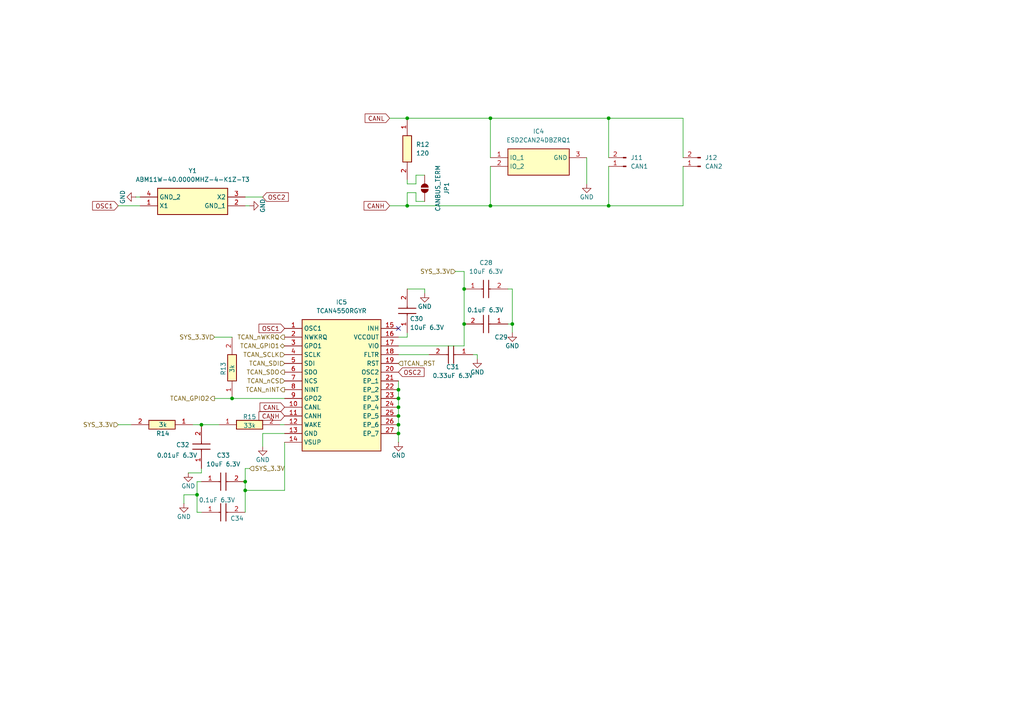
<source format=kicad_sch>
(kicad_sch (version 20250114) (generator "eeschema") (generator_version "9.0")
  (paper "A4")
  (title_block (title "TCAN455"))
  (lib_symbols
    (symbol "Connector:Conn_01x02_Pin" (pin_names (offset 1.016) (hide yes))
      (property "Reference" "J" (at 0 2.54 0))
      (property "Value" "Conn_01x02_Pin" (at 0 -5.08 0))
      (symbol "Conn_01x02_Pin_1_1"
        (rectangle (start 0.8636 0.127) (end 0 -0.127) (stroke (width 0.1524)) (fill (type outline)))
        (rectangle (start 0.8636 -2.413) (end 0 -2.667) (stroke (width 0.1524)) (fill (type outline)))
        (polyline (pts (xy 1.27 0) (xy 0.8636 0)) (stroke (width 0.1524)))
        (polyline (pts (xy 1.27 -2.54) (xy 0.8636 -2.54)) (stroke (width 0.1524)))
        (pin passive line (at 5.08 0 180) (length 3.81) (name "Pin_1") (number "1"))
        (pin passive line (at 5.08 -2.54 180) (length 3.81) (name "Pin_2") (number "2"))
      )
    )
    (symbol "Jumper:SolderJumper_2_Open" (pin_numbers (hide yes)) (pin_names (offset 0) (hide yes)) (in_bom no)
      (property "Reference" "JP" (at 0 2.032 0))
      (property "Value" "SolderJumper_2_Open" (at 0 -2.54 0))
      (symbol "SolderJumper_2_Open_0_1"
        (polyline (pts (xy -0.254 1.016) (xy -0.254 -1.016)))
        (arc (start -0.254 -1.016) (mid -1.2656 0) (end -0.254 1.016))
        (arc (start -0.254 -1.016) (mid -1.2656 0) (end -0.254 1.016) (fill (type outline)))
        (arc (start 0.254 1.016) (mid 1.2656 0) (end 0.254 -1.016))
        (arc (start 0.254 1.016) (mid 1.2656 0) (end 0.254 -1.016) (fill (type outline)))
        (polyline (pts (xy 0.254 1.016) (xy 0.254 -1.016)))
      )
      (symbol "SolderJumper_2_Open_1_1"
        (pin passive line (at -3.81 0 0) (length 2.54) (name "A") (number "1"))
        (pin passive line (at 3.81 0 180) (length 2.54) (name "B") (number "2"))
      )
    )
    (symbol "SamacSys_Parts:08056D104KAT2A" (pin_names (hide yes))
      (property "Reference" "C" (at 8.89 6.35 0))
      (property "Value" "08056D104KAT2A" (at 8.89 3.81 0))
      (symbol "08056D104KAT2A_1_1"
        (polyline (pts (xy 5.08 0) (xy 5.588 0)) (stroke (width 0.254)))
        (polyline (pts (xy 5.588 2.54) (xy 5.588 -2.54)) (stroke (width 0.254)))
        (polyline (pts (xy 7.112 2.54) (xy 7.112 -2.54)) (stroke (width 0.254)))
        (polyline (pts (xy 7.112 0) (xy 7.62 0)) (stroke (width 0.254)))
        (pin passive line (at 0 0 0) (length 5.08) (name "1") (number "1"))
        (pin passive line (at 12.7 0 180) (length 5.08) (name "2") (number "2"))
      )
    )
    (symbol "SamacSys_Parts:ABM11W-40.0000MHZ-4-K1Z-T3"
      (property "Reference" "Y" (at 26.67 7.62 0))
      (property "Value" "ABM11W-40.0000MHZ-4-K1Z-T3" (at 26.67 5.08 0))
      (symbol "ABM11W-40.0000MHZ-4-K1Z-T3_1_1"
        (rectangle (start 5.08 2.54) (end 25.4 -5.08) (stroke (width 0.254)) (fill (type background)))
        (pin passive line (at 0 0 0) (length 5.08) (name "GND_2") (number "4"))
        (pin passive line (at 0 -2.54 0) (length 5.08) (name "X1") (number "1"))
        (pin passive line (at 30.48 0 180) (length 5.08) (name "X2") (number "3"))
        (pin passive line (at 30.48 -2.54 180) (length 5.08) (name "GND_1") (number "2"))
      )
    )
    (symbol "SamacSys_Parts:C0603C103K9RACTU" (pin_names (hide yes))
      (property "Reference" "C" (at 8.89 6.35 0))
      (property "Value" "C0603C103K9RACTU" (at 8.89 3.81 0))
      (symbol "C0603C103K9RACTU_1_1"
        (polyline (pts (xy 5.08 0) (xy 5.588 0)) (stroke (width 0.254)))
        (polyline (pts (xy 5.588 2.54) (xy 5.588 -2.54)) (stroke (width 0.254)))
        (polyline (pts (xy 7.112 2.54) (xy 7.112 -2.54)) (stroke (width 0.254)))
        (polyline (pts (xy 7.112 0) (xy 7.62 0)) (stroke (width 0.254)))
        (pin passive line (at 0 0 0) (length 5.08) (name "1") (number "1"))
        (pin passive line (at 12.7 0 180) (length 5.08) (name "2") (number "2"))
      )
    )
    (symbol "SamacSys_Parts:CRGS0805J120R" (pin_names (hide yes))
      (property "Reference" "R" (at 13.97 6.35 0))
      (property "Value" "CRGS0805J120R" (at 13.97 3.81 0))
      (symbol "CRGS0805J120R_1_1"
        (rectangle (start 5.08 1.27) (end 12.7 -1.27) (stroke (width 0.254)) (fill (type background)))
        (pin passive line (at 0 0 0) (length 5.08) (name "1") (number "1"))
        (pin passive line (at 17.78 0 180) (length 5.08) (name "2") (number "2"))
      )
    )
    (symbol "SamacSys_Parts:ESD2CAN24DBZRQ1"
      (property "Reference" "IC" (at 24.13 7.62 0))
      (property "Value" "ESD2CAN24DBZRQ1" (at 24.13 5.08 0))
      (symbol "ESD2CAN24DBZRQ1_1_1"
        (rectangle (start 5.08 2.54) (end 22.86 -5.08) (stroke (width 0.254)) (fill (type background)))
        (pin passive line (at 0 0 0) (length 5.08) (name "IO_1") (number "1"))
        (pin passive line (at 0 -2.54 0) (length 5.08) (name "IO_2") (number "2"))
        (pin passive line (at 27.94 0 180) (length 5.08) (name "GND") (number "3"))
      )
    )
    (symbol "SamacSys_Parts:GRM188R60J334KA01D" (pin_names (hide yes))
      (property "Reference" "C" (at 8.89 6.35 0))
      (property "Value" "GRM188R60J334KA01D" (at 8.89 3.81 0))
      (symbol "GRM188R60J334KA01D_1_1"
        (polyline (pts (xy 5.08 0) (xy 5.588 0)) (stroke (width 0.254)))
        (polyline (pts (xy 5.588 2.54) (xy 5.588 -2.54)) (stroke (width 0.254)))
        (polyline (pts (xy 7.112 2.54) (xy 7.112 -2.54)) (stroke (width 0.254)))
        (polyline (pts (xy 7.112 0) (xy 7.62 0)) (stroke (width 0.254)))
        (pin passive line (at 0 0 0) (length 5.08) (name "1") (number "1"))
        (pin passive line (at 12.7 0 180) (length 5.08) (name "2") (number "2"))
      )
    )
    (symbol "SamacSys_Parts:MBASJ168AB5106KTNA01" (pin_names (hide yes))
      (property "Reference" "C" (at 8.89 6.35 0))
      (property "Value" "MBASJ168AB5106KTNA01" (at 8.89 3.81 0))
      (symbol "MBASJ168AB5106KTNA01_1_1"
        (polyline (pts (xy 5.08 0) (xy 5.588 0)) (stroke (width 0.254)))
        (polyline (pts (xy 5.588 2.54) (xy 5.588 -2.54)) (stroke (width 0.254)))
        (polyline (pts (xy 7.112 2.54) (xy 7.112 -2.54)) (stroke (width 0.254)))
        (polyline (pts (xy 7.112 0) (xy 7.62 0)) (stroke (width 0.254)))
        (pin passive line (at 0 0 0) (length 5.08) (name "1") (number "1"))
        (pin passive line (at 12.7 0 180) (length 5.08) (name "2") (number "2"))
      )
    )
    (symbol "SamacSys_Parts:RT0805BRD0733KL" (pin_names (hide yes))
      (property "Reference" "R" (at 13.97 6.35 0))
      (property "Value" "RT0805BRD0733KL" (at 13.97 3.81 0))
      (symbol "RT0805BRD0733KL_1_1"
        (rectangle (start 5.08 1.27) (end 12.7 -1.27) (stroke (width 0.254)) (fill (type background)))
        (pin passive line (at 0 0 0) (length 5.08) (name "1") (number "1"))
        (pin passive line (at 17.78 0 180) (length 5.08) (name "2") (number "2"))
      )
    )
    (symbol "SamacSys_Parts:TCAN4550RGYR"
      (property "Reference" "IC" (at 29.21 7.62 0))
      (property "Value" "TCAN4550RGYR" (at 29.21 5.08 0))
      (symbol "TCAN4550RGYR_1_1"
        (rectangle (start 5.08 2.54) (end 27.94 -35.56) (stroke (width 0.254)) (fill (type background)))
        (pin passive line (at 0 0 0) (length 5.08) (name "OSC1") (number "1"))
        (pin passive line (at 0 -2.54 0) (length 5.08) (name "NWKRQ") (number "2"))
        (pin passive line (at 0 -5.08 0) (length 5.08) (name "GPO1") (number "3"))
        (pin passive line (at 0 -7.62 0) (length 5.08) (name "SCLK") (number "4"))
        (pin passive line (at 0 -10.16 0) (length 5.08) (name "SDI") (number "5"))
        (pin passive line (at 0 -12.7 0) (length 5.08) (name "SDO") (number "6"))
        (pin passive line (at 0 -15.24 0) (length 5.08) (name "NCS") (number "7"))
        (pin passive line (at 0 -17.78 0) (length 5.08) (name "NINT") (number "8"))
        (pin passive line (at 0 -20.32 0) (length 5.08) (name "GPO2") (number "9"))
        (pin passive line (at 0 -22.86 0) (length 5.08) (name "CANL") (number "10"))
        (pin passive line (at 0 -25.4 0) (length 5.08) (name "CANH") (number "11"))
        (pin passive line (at 0 -27.94 0) (length 5.08) (name "WAKE") (number "12"))
        (pin passive line (at 0 -30.48 0) (length 5.08) (name "GND") (number "13"))
        (pin passive line (at 0 -33.02 0) (length 5.08) (name "VSUP") (number "14"))
        (pin passive line (at 33.02 0 180) (length 5.08) (name "INH") (number "15"))
        (pin passive line (at 33.02 -2.54 180) (length 5.08) (name "VCCOUT") (number "16"))
        (pin passive line (at 33.02 -5.08 180) (length 5.08) (name "VIO") (number "17"))
        (pin passive line (at 33.02 -7.62 180) (length 5.08) (name "FLTR") (number "18"))
        (pin passive line (at 33.02 -10.16 180) (length 5.08) (name "RST") (number "19"))
        (pin passive line (at 33.02 -12.7 180) (length 5.08) (name "OSC2") (number "20"))
        (pin passive line (at 33.02 -15.24 180) (length 5.08) (name "EP_1") (number "21"))
        (pin passive line (at 33.02 -17.78 180) (length 5.08) (name "EP_2") (number "22"))
        (pin passive line (at 33.02 -20.32 180) (length 5.08) (name "EP_3") (number "23"))
        (pin passive line (at 33.02 -22.86 180) (length 5.08) (name "EP_4") (number "24"))
        (pin passive line (at 33.02 -25.4 180) (length 5.08) (name "EP_5") (number "25"))
        (pin passive line (at 33.02 -27.94 180) (length 5.08) (name "EP_6") (number "26"))
        (pin passive line (at 33.02 -30.48 180) (length 5.08) (name "EP_7") (number "27"))
      )
    )
    (symbol "SamacSys_Parts:TNPW08053K00FEEA" (pin_names (hide yes))
      (property "Reference" "R" (at 13.97 6.35 0))
      (property "Value" "TNPW08053K00FEEA" (at 13.97 3.81 0))
      (symbol "TNPW08053K00FEEA_1_1"
        (rectangle (start 5.08 1.27) (end 12.7 -1.27) (stroke (width 0.254)) (fill (type background)))
        (pin passive line (at 0 0 0) (length 5.08) (name "1") (number "1"))
        (pin passive line (at 17.78 0 180) (length 5.08) (name "2") (number "2"))
      )
    )
    (symbol "power:GND" (power) (pin_numbers (hide yes)) (pin_names (offset 0) (hide yes))
      (property "Value" "GND" (at 0 -3.81 0))
      (symbol "GND_0_1"
        (polyline (pts (xy 0 0) (xy 0 -1.27) (xy 1.27 -1.27) (xy 0 -2.54) (xy -1.27 -1.27) (xy 0 -1.27)))
      )
      (symbol "GND_1_1"
        (pin power_in line (at 0 0 270) (length 0) (name "~") (number "1"))
      )
    )
  )
  (junction (at 118.11 34.29))
  (junction (at 71.12 142.24))
  (junction (at 115.57 125.73))
  (junction (at 142.24 59.69))
  (junction (at 134.62 93.98))
  (junction (at 176.53 59.69))
  (junction (at 142.24 34.29))
  (junction (at 71.12 139.7))
  (junction (at 67.31 115.57))
  (junction (at 134.62 83.82))
  (junction (at 115.57 118.11))
  (junction (at 176.53 34.29))
  (junction (at 115.57 113.03))
  (junction (at 57.15 143.51))
  (junction (at 115.57 120.65))
  (junction (at 115.57 123.19))
  (junction (at 58.42 123.19))
  (junction (at 115.57 115.57))
  (junction (at 118.11 59.69))
  (junction (at 148.59 93.98))
  (no_connect (at 115.57 95.25))
  (wire (pts (xy 67.31 115.57) (xy 82.55 115.57)))
  (wire (pts (xy 53.34 146.05) (xy 53.34 143.51)))
  (wire (pts (xy 115.57 115.57) (xy 115.57 118.11)))
  (wire (pts (xy 115.57 110.49) (xy 115.57 113.03)))
  (wire (pts (xy 142.24 48.26) (xy 142.24 59.69)))
  (wire (pts (xy 176.53 34.29) (xy 176.53 45.72)))
  (wire (pts (xy 118.11 97.79) (xy 118.11 96.52)))
  (wire (pts (xy 120.65 50.8) (xy 123.19 50.8)))
  (wire (pts (xy 198.12 48.26) (xy 198.12 59.69)))
  (wire (pts (xy 113.03 59.69) (xy 118.11 59.69)))
  (wire (pts (xy 71.12 139.7) (xy 71.12 142.24)))
  (wire (pts (xy 54.61 137.16) (xy 58.42 137.16)))
  (wire (pts (xy 148.59 83.82) (xy 148.59 93.98)))
  (wire (pts (xy 115.57 113.03) (xy 115.57 115.57)))
  (wire (pts (xy 132.08 78.74) (xy 134.62 78.74)))
  (wire (pts (xy 57.15 143.51) (xy 57.15 139.7)))
  (wire (pts (xy 176.53 34.29) (xy 198.12 34.29)))
  (wire (pts (xy 71.12 57.15) (xy 76.2 57.15)))
  (wire (pts (xy 120.65 53.34) (xy 120.65 50.8)))
  (wire (pts (xy 57.15 139.7) (xy 58.42 139.7)))
  (wire (pts (xy 71.12 142.24) (xy 71.12 148.59)))
  (wire (pts (xy 76.2 129.54) (xy 76.2 125.73)))
  (wire (pts (xy 118.11 53.34) (xy 120.65 53.34)))
  (wire (pts (xy 53.34 143.51) (xy 57.15 143.51)))
  (wire (pts (xy 198.12 34.29) (xy 198.12 45.72)))
  (wire (pts (xy 34.29 59.69) (xy 40.64 59.69)))
  (wire (pts (xy 137.16 102.87) (xy 138.43 102.87)))
  (wire (pts (xy 148.59 83.82) (xy 147.32 83.82)))
  (wire (pts (xy 72.39 59.69) (xy 71.12 59.69)))
  (wire (pts (xy 134.62 83.82) (xy 134.62 93.98)))
  (wire (pts (xy 58.42 137.16) (xy 58.42 135.89)))
  (wire (pts (xy 115.57 97.79) (xy 118.11 97.79)))
  (wire (pts (xy 115.57 120.65) (xy 115.57 123.19)))
  (wire (pts (xy 118.11 59.69) (xy 118.11 55.88)))
  (wire (pts (xy 198.12 59.69) (xy 176.53 59.69)))
  (wire (pts (xy 62.23 97.79) (xy 67.31 97.79)))
  (wire (pts (xy 176.53 48.26) (xy 176.53 59.69)))
  (wire (pts (xy 118.11 55.88) (xy 120.65 55.88)))
  (wire (pts (xy 147.32 93.98) (xy 148.59 93.98)))
  (wire (pts (xy 118.11 52.07) (xy 118.11 53.34)))
  (wire (pts (xy 170.18 45.72) (xy 170.18 53.34)))
  (wire (pts (xy 138.43 102.87) (xy 138.43 104.14)))
  (wire (pts (xy 57.15 148.59) (xy 58.42 148.59)))
  (wire (pts (xy 123.19 83.82) (xy 118.11 83.82)))
  (wire (pts (xy 115.57 118.11) (xy 115.57 120.65)))
  (wire (pts (xy 55.88 123.19) (xy 58.42 123.19)))
  (wire (pts (xy 38.1 123.19) (xy 34.29 123.19)))
  (wire (pts (xy 134.62 78.74) (xy 134.62 83.82)))
  (wire (pts (xy 82.55 142.24) (xy 82.55 128.27)))
  (wire (pts (xy 120.65 55.88) (xy 120.65 58.42)))
  (wire (pts (xy 120.65 58.42) (xy 123.19 58.42)))
  (wire (pts (xy 72.39 135.89) (xy 71.12 135.89)))
  (wire (pts (xy 58.42 123.19) (xy 63.5 123.19)))
  (wire (pts (xy 115.57 100.33) (xy 134.62 100.33)))
  (wire (pts (xy 176.53 59.69) (xy 142.24 59.69)))
  (wire (pts (xy 71.12 135.89) (xy 71.12 139.7)))
  (wire (pts (xy 113.03 34.29) (xy 118.11 34.29)))
  (wire (pts (xy 123.19 83.82) (xy 123.19 85.09)))
  (wire (pts (xy 118.11 34.29) (xy 142.24 34.29)))
  (wire (pts (xy 57.15 143.51) (xy 57.15 148.59)))
  (wire (pts (xy 40.64 57.15) (xy 39.37 57.15)))
  (wire (pts (xy 142.24 34.29) (xy 176.53 34.29)))
  (wire (pts (xy 142.24 34.29) (xy 142.24 45.72)))
  (wire (pts (xy 118.11 59.69) (xy 142.24 59.69)))
  (wire (pts (xy 62.23 115.57) (xy 67.31 115.57)))
  (wire (pts (xy 134.62 93.98) (xy 134.62 100.33)))
  (wire (pts (xy 76.2 125.73) (xy 82.55 125.73)))
  (wire (pts (xy 115.57 125.73) (xy 115.57 128.27)))
  (wire (pts (xy 148.59 93.98) (xy 148.59 96.52)))
  (wire (pts (xy 71.12 142.24) (xy 82.55 142.24)))
  (wire (pts (xy 81.28 123.19) (xy 82.55 123.19)))
  (wire (pts (xy 115.57 123.19) (xy 115.57 125.73)))
  (wire (pts (xy 115.57 102.87) (xy 124.46 102.87)))
  (global_label "CANL" (shape input) (at 82.55 118.11 180) (property "Intersheetrefs" "${INTERSHEET_REFS}" (effects (hide yes))))
  (global_label "OSC1" (shape input) (at 34.29 59.69 180) (property "Intersheetrefs" "${INTERSHEET_REFS}" (effects (hide yes))))
  (global_label "OSC2" (shape input) (at 76.2 57.15 0) (property "Intersheetrefs" "${INTERSHEET_REFS}" (effects (hide yes))))
  (global_label "CANH" (shape input) (at 113.03 59.69 180) (property "Intersheetrefs" "${INTERSHEET_REFS}" (effects (hide yes))))
  (global_label "OSC2" (shape input) (at 115.57 107.95 0) (property "Intersheetrefs" "${INTERSHEET_REFS}" (effects (hide yes))))
  (global_label "OSC1" (shape input) (at 82.55 95.25 180) (property "Intersheetrefs" "${INTERSHEET_REFS}" (effects (hide yes))))
  (global_label "CANL" (shape input) (at 113.03 34.29 180) (property "Intersheetrefs" "${INTERSHEET_REFS}" (effects (hide yes))))
  (global_label "CANH" (shape input) (at 82.55 120.65 180) (property "Intersheetrefs" "${INTERSHEET_REFS}" (effects (hide yes))))
  (hierarchical_label "TCAN_SDI" (shape input) (at 82.55 105.41 180))
  (hierarchical_label "TCAN_SCLK" (shape input) (at 82.55 102.87 180))
  (hierarchical_label "TCAN_SDO" (shape output) (at 82.55 107.95 180))
  (hierarchical_label "SYS_3.3V" (shape input) (at 34.29 123.19 180))
  (hierarchical_label "TCAN_nWKRQ" (shape output) (at 82.55 97.79 180))
  (hierarchical_label "SYS_3.3V" (shape input) (at 62.23 97.79 180))
  (hierarchical_label "TCAN_GPIO1" (shape bidirectional) (at 82.55 100.33 180))
  (hierarchical_label "TCAN_GPIO2" (shape output) (at 62.23 115.57 180))
  (hierarchical_label "SYS_3.3V" (shape input) (at 132.08 78.74 180))
  (hierarchical_label "SYS_3.3V" (shape input) (at 72.39 135.89 0))
  (hierarchical_label "TCAN_nINT" (shape output) (at 82.55 113.03 180))
  (hierarchical_label "TCAN_nCS" (shape input) (at 82.55 110.49 180))
  (hierarchical_label "TCAN_RST" (shape input) (at 115.57 105.41 0))
  (symbol (lib_id "Connector:Conn_01x02_Pin") (at 181.61 48.26 180) (unit 1) (in_bom no)
    (property "Reference" "J11" (at 182.88 45.7199 0) (effects (justify right)))
    (property "Value" "CAN1" (at 182.88 48.2599 0) (effects (justify right)))
    (property "Footprint" "Connector_JST:JST_XH_B2B-XH-A_1x02_P2.50mm_Vertical" (effects (hide yes)))
    (property "Description" "Generic connector, single row, 01x02, script generated" (effects (hide yes)))
  )
  (symbol (lib_id "power:GND") (at 39.37 57.15 270) (unit 1)
    (property "Reference" "#PWR031" (effects (hide yes)))
    (property "Value" "GND" (at 35.56 57.15 0))
    (property "Description" "Power symbol creates a global label with name \"GND\" , ground" (effects (hide yes)))
  )
  (symbol (lib_id "power:GND") (at 148.59 96.52 0) (unit 1)
    (property "Reference" "#PWR034" (effects (hide yes)))
    (property "Value" "GND" (at 148.59 100.33 0))
    (property "Description" "Power symbol creates a global label with name \"GND\" , ground" (effects (hide yes)))
  )
  (symbol (lib_id "power:GND") (at 138.43 104.14 0) (unit 1)
    (property "Reference" "#PWR035" (effects (hide yes)))
    (property "Value" "GND" (at 138.43 107.95 0))
    (property "Description" "Power symbol creates a global label with name \"GND\" , ground" (effects (hide yes)))
  )
  (symbol (lib_id "SamacSys_Parts:ESD2CAN24DBZRQ1") (at 142.24 45.72 0) (unit 1)
    (property "Reference" "IC4" (at 156.21 38.1 0))
    (property "Value" "ESD2CAN24DBZRQ1" (at 156.21 40.64 0))
    (property "Footprint" "SOT95P237X112-3N" (effects (hide yes)))
    (property "Datasheet" "https://www.ti.com/lit/ds/symlink/esd2can24-q1.pdf?ts=1669637432096&ref_url=https%253A%252F%252Fwww.ti.com%252Fproduct%252FESD2CAN24-Q1" (effects (hide yes)))
    (property "Description" "ESD Suppressors / TVS Diodes Automotive, dual, 3-pF, +/-24-V, +/-30-kV ESD protection diode for CAN and in-vehicle networks 3-SOT-23 -55 to 150" (effects (hide yes)))
    (property "Height" "1.12" (effects (hide yes)))
    (property "Mouser Part Number" "595-ESD2CAN24DBZRQ1" (effects (hide yes)))
    (property "Mouser Price/Stock" "https://www.mouser.co.uk/ProductDetail/Texas-Instruments/ESD2CAN24DBZRQ1?qs=Y0Uzf4wQF3knJz9mU6BNuw%3D%3D" (effects (hide yes)))
    (property "Manufacturer_Name" "Texas Instruments" (effects (hide yes)))
    (property "Manufacturer_Part_Number" "ESD2CAN24DBZRQ1" (effects (hide yes)))
  )
  (symbol (lib_id "SamacSys_Parts:08056D104KAT2A") (at 58.42 148.59 0) (unit 1)
    (property "Reference" "C34" (at 66.802 150.368 0) (effects (justify left)))
    (property "Value" "0.1uF 6.3V" (at 57.658 145.034 0) (effects (justify left)))
    (property "Footprint" "CAPC2012X140N" (effects (hide yes)))
    (property "Datasheet" "http://datasheets.avx.com/cx5r.pdf" (effects (hide yes)))
    (property "Description" "Multilayer Ceramic Capacitors MLCC - SMD/SMT 6.3V .1uF X5R 0805 10%" (effects (hide yes)))
    (property "Height" "1.4" (effects (hide yes)))
    (property "Mouser Part Number" "581-08056D104KAT2A" (effects (hide yes)))
    (property "Mouser Price/Stock" "https://www.mouser.co.uk/ProductDetail/KYOCERA-AVX/08056D104KAT2A?qs=ZBeOGGPQgEFSiSMjaoxiBA%3D%3D" (effects (hide yes)))
    (property "Manufacturer_Name" "Kyocera AVX" (effects (hide yes)))
    (property "Manufacturer_Part_Number" "08056D104KAT2A" (effects (hide yes)))
  )
  (symbol (lib_id "power:GND") (at 76.2 129.54 0) (unit 1)
    (property "Reference" "#PWR037" (effects (hide yes)))
    (property "Value" "GND" (at 76.2 133.35 0))
    (property "Description" "Power symbol creates a global label with name \"GND\" , ground" (effects (hide yes)))
  )
  (symbol (lib_id "SamacSys_Parts:TNPW08053K00FEEA") (at 67.31 115.57 90) (unit 1)
    (property "Reference" "R13" (at 64.77 106.934 0))
    (property "Value" "3k" (at 67.31 106.934 0))
    (property "Footprint" "RESC2012X55N" (effects (hide yes)))
    (property "Datasheet" "https://componentsearchengine.com/Datasheets/1/TNPW08053K00FEEA.pdf" (effects (hide yes)))
    (property "Description" "Thin Film Resistors - SMD 3Kohms 1% 25ppm" (effects (hide yes)))
    (property "Height" "0.55" (effects (hide yes)))
    (property "Mouser Part Number" "71-TNPW08053K00FEEA" (effects (hide yes)))
    (property "Mouser Price/Stock" "https://www.mouser.co.uk/ProductDetail/Vishay-Dale/TNPW08053K00FEEA?qs=4CveT0Ftx0qBGFHfCmrm8w%3D%3D" (effects (hide yes)))
    (property "Manufacturer_Name" "Vishay" (effects (hide yes)))
    (property "Manufacturer_Part_Number" "TNPW08053K00FEEA" (effects (hide yes)))
  )
  (symbol (lib_id "power:GND") (at 53.34 146.05 0) (unit 1)
    (property "Reference" "#PWR039" (effects (hide yes)))
    (property "Value" "GND" (at 53.34 149.86 0))
    (property "Description" "Power symbol creates a global label with name \"GND\" , ground" (effects (hide yes)))
  )
  (symbol (lib_id "power:GND") (at 170.18 53.34 0) (unit 1)
    (property "Reference" "#PWR030" (effects (hide yes)))
    (property "Value" "GND" (at 170.18 57.15 0))
    (property "Description" "Power symbol creates a global label with name \"GND\" , ground" (effects (hide yes)))
  )
  (symbol (lib_id "power:GND") (at 115.57 128.27 0) (unit 1)
    (property "Reference" "#PWR036" (effects (hide yes)))
    (property "Value" "GND" (at 115.57 132.08 0))
    (property "Description" "Power symbol creates a global label with name \"GND\" , ground" (effects (hide yes)))
  )
  (symbol (lib_id "Connector:Conn_01x02_Pin") (at 203.2 48.26 180) (unit 1) (in_bom no)
    (property "Reference" "J12" (at 204.47 45.7199 0) (effects (justify right)))
    (property "Value" "CAN2" (at 204.47 48.2599 0) (effects (justify right)))
    (property "Footprint" "Connector_JST:JST_XH_B2B-XH-A_1x02_P2.50mm_Vertical" (effects (hide yes)))
    (property "Description" "Generic connector, single row, 01x02, script generated" (effects (hide yes)))
  )
  (symbol (lib_id "SamacSys_Parts:MBASJ168AB5106KTNA01") (at 58.42 139.7 0) (unit 1)
    (property "Reference" "C33" (at 64.77 132.08 0))
    (property "Value" "10uF 6.3V" (at 64.77 134.62 0))
    (property "Footprint" "MBASx168" (effects (hide yes)))
    (property "Datasheet" "https://ds.yuden.co.jp/TYCOMPAS/or/detail?pn=MBASJ168AB5106KTNA01" (effects (hide yes)))
    (property "Description" "MULTILAYER CERAMIC CAPACITORS[Multilayer Ceramic Capacitors (High dielectric type) for Telecommunications Infrastructure and Industrial Equipment]" (effects (hide yes)))
    (property "Height" "0.8" (effects (hide yes)))
    (property "Manufacturer_Name" "TAIYO YUDEN" (effects (hide yes)))
    (property "Manufacturer_Part_Number" "MBASJ168AB5106KTNA01" (effects (hide yes)))
  )
  (symbol (lib_id "SamacSys_Parts:ABM11W-40.0000MHZ-4-K1Z-T3") (at 40.64 57.15 0) (unit 1)
    (property "Reference" "Y1" (at 55.88 49.53 0))
    (property "Value" "ABM11W-40.0000MHZ-4-K1Z-T3" (at 55.88 52.07 0))
    (property "Footprint" "ABM11W300000MHZ4B1UT3" (effects (hide yes)))
    (property "Datasheet" "https://abracon.com/Resonators/ABM11W.pdf" (effects (hide yes)))
    (property "Description" "IoT OPTIMIZED LOW PROFILE QUARTZ CRYSTAL" (effects (hide yes)))
    (property "Height" "0.5" (effects (hide yes)))
    (property "Mouser Part Number" "815-11W40-4K1ZT" (effects (hide yes)))
    (property "Mouser Price/Stock" "https://www.mouser.co.uk/ProductDetail/ABRACON/ABM11W-400000MHZ-4-K1Z-T3?qs=5aG0NVq1C4zfh2xYqtjunQ%3D%3D" (effects (hide yes)))
    (property "Manufacturer_Name" "ABRACON" (effects (hide yes)))
    (property "Manufacturer_Part_Number" "ABM11W-40.0000MHZ-4-K1Z-T3" (effects (hide yes)))
  )
  (symbol (lib_id "power:GND") (at 72.39 59.69 90) (unit 1)
    (property "Reference" "#PWR032" (effects (hide yes)))
    (property "Value" "GND" (at 76.2 59.69 0))
    (property "Description" "Power symbol creates a global label with name \"GND\" , ground" (effects (hide yes)))
  )
  (symbol (lib_id "SamacSys_Parts:TNPW08053K00FEEA") (at 55.88 123.19 180) (unit 1)
    (property "Reference" "R14" (at 47.244 125.73 0))
    (property "Value" "3k" (at 47.244 123.19 0))
    (property "Footprint" "RESC2012X55N" (effects (hide yes)))
    (property "Datasheet" "https://componentsearchengine.com/Datasheets/1/TNPW08053K00FEEA.pdf" (effects (hide yes)))
    (property "Description" "Thin Film Resistors - SMD 3Kohms 1% 25ppm" (effects (hide yes)))
    (property "Height" "0.55" (effects (hide yes)))
    (property "Mouser Part Number" "71-TNPW08053K00FEEA" (effects (hide yes)))
    (property "Mouser Price/Stock" "https://www.mouser.co.uk/ProductDetail/Vishay-Dale/TNPW08053K00FEEA?qs=4CveT0Ftx0qBGFHfCmrm8w%3D%3D" (effects (hide yes)))
    (property "Manufacturer_Name" "Vishay" (effects (hide yes)))
    (property "Manufacturer_Part_Number" "TNPW08053K00FEEA" (effects (hide yes)))
  )
  (symbol (lib_id "SamacSys_Parts:08056D104KAT2A") (at 147.32 93.98 180) (unit 1)
    (property "Reference" "C29" (at 147.32 97.79 0) (effects (justify left)))
    (property "Value" "0.1uF 6.3V" (at 146.05 89.916 0) (effects (justify left)))
    (property "Footprint" "CAPC2012X140N" (effects (hide yes)))
    (property "Datasheet" "http://datasheets.avx.com/cx5r.pdf" (effects (hide yes)))
    (property "Description" "Multilayer Ceramic Capacitors MLCC - SMD/SMT 6.3V .1uF X5R 0805 10%" (effects (hide yes)))
    (property "Height" "1.4" (effects (hide yes)))
    (property "Mouser Part Number" "581-08056D104KAT2A" (effects (hide yes)))
    (property "Mouser Price/Stock" "https://www.mouser.co.uk/ProductDetail/KYOCERA-AVX/08056D104KAT2A?qs=ZBeOGGPQgEFSiSMjaoxiBA%3D%3D" (effects (hide yes)))
    (property "Manufacturer_Name" "Kyocera AVX" (effects (hide yes)))
    (property "Manufacturer_Part_Number" "08056D104KAT2A" (effects (hide yes)))
  )
  (symbol (lib_id "Jumper:SolderJumper_2_Open") (at 123.19 54.61 270) (unit 1) (in_bom no)
    (property "Reference" "JP1" (at 129.54 54.61 0))
    (property "Value" "CANBUS_TERM" (at 127 54.61 0))
    (property "Footprint" "Jumper:SolderJumper-2_P1.3mm_Open_TrianglePad1.0x1.5mm" (effects (hide yes)))
    (property "Description" "Solder Jumper, 2-pole, open" (effects (hide yes)))
  )
  (symbol (lib_id "SamacSys_Parts:MBASJ168AB5106KTNA01") (at 134.62 83.82 0) (unit 1)
    (property "Reference" "C28" (at 140.97 76.2 0))
    (property "Value" "10uF 6.3V" (at 140.97 78.74 0))
    (property "Footprint" "MBASx168" (effects (hide yes)))
    (property "Datasheet" "https://ds.yuden.co.jp/TYCOMPAS/or/detail?pn=MBASJ168AB5106KTNA01" (effects (hide yes)))
    (property "Description" "MULTILAYER CERAMIC CAPACITORS[Multilayer Ceramic Capacitors (High dielectric type) for Telecommunications Infrastructure and Industrial Equipment]" (effects (hide yes)))
    (property "Height" "0.8" (effects (hide yes)))
    (property "Manufacturer_Name" "TAIYO YUDEN" (effects (hide yes)))
    (property "Manufacturer_Part_Number" "MBASJ168AB5106KTNA01" (effects (hide yes)))
  )
  (symbol (lib_id "power:GND") (at 123.19 85.09 0) (unit 1)
    (property "Reference" "#PWR033" (effects (hide yes)))
    (property "Value" "GND" (at 123.19 88.9 0))
    (property "Description" "Power symbol creates a global label with name \"GND\" , ground" (effects (hide yes)))
  )
  (symbol (lib_id "SamacSys_Parts:RT0805BRD0733KL") (at 63.5 123.19 0) (unit 1)
    (property "Reference" "R15" (at 72.39 120.904 0))
    (property "Value" "33k" (at 72.39 123.444 0))
    (property "Footprint" "RESC2012X60N" (effects (hide yes)))
    (property "Description" "Thin Film Resistors - SMD 1/8W 33K ohm .1% 25ppm" (effects (hide yes)))
    (property "Height" "0.6" (effects (hide yes)))
    (property "Manufacturer_Name" "YAGEO" (effects (hide yes)))
    (property "Manufacturer_Part_Number" "RT0805BRD0733KL" (effects (hide yes)))
  )
  (symbol (lib_id "SamacSys_Parts:TCAN4550RGYR") (at 82.55 95.25 0) (unit 1)
    (property "Reference" "IC5" (at 99.06 87.63 0))
    (property "Value" "TCAN4550RGYR" (at 99.06 90.17 0))
    (property "Footprint" "TCAN4551RGYRQ1" (effects (hide yes)))
    (property "Datasheet" "http://www.ti.com/lit/gpn/TCAN4550" (effects (hide yes)))
    (property "Description" "CAN FD controller with integrated transceiver" (effects (hide yes)))
    (property "Height" "1" (effects (hide yes)))
    (property "Mouser Part Number" "595-TCAN4550RGYR" (effects (hide yes)))
    (property "Mouser Price/Stock" "https://www.mouser.co.uk/ProductDetail/Texas-Instruments/TCAN4550RGYR?qs=l7cgNqFNU1jWLw97q8fWzw%3D%3D" (effects (hide yes)))
    (property "Manufacturer_Name" "Texas Instruments" (effects (hide yes)))
    (property "Manufacturer_Part_Number" "TCAN4550RGYR" (effects (hide yes)))
  )
  (symbol (lib_id "SamacSys_Parts:CRGS0805J120R") (at 118.11 34.29 270) (unit 1)
    (property "Reference" "R12" (at 120.65 41.9099 90) (effects (justify left)))
    (property "Value" "120" (at 120.65 44.4499 90) (effects (justify left)))
    (property "Footprint" "RESC2013X65N" (effects (hide yes)))
    (property "Datasheet" "https://www.te.com/commerce/DocumentDelivery/DDEController?Action=srchrtrv&DocNm=9-1773463-8&DocType=Data%20Sheet&DocLang=English&PartCntxt=2-2176244-6&DocFormat=pdf" (effects (hide yes)))
    (property "Description" "Configuration Features: Number of Resistors 1 | Dimensions: Product Width .049 INCH | Product Length .079 INCH | Product Height .55 MM | Product Length 2 MM | Product Width 1.25 MM | Product Height .022 INCH | Electrical Characteristics: Power Rating .5 WATT | Resistance Value 120 OHM | Operating Voltage 150 V | Passive Component Tolerance 5 PCT | Resistance Class Up to 1k | Packaging Features: Packaging Method Taped & Reeled | Product Type Features: Package Size Code 0805 | Resistor Type General Purpose" (effects (hide yes)))
    (property "Height" "0.65" (effects (hide yes)))
    (property "Mouser Part Number" "279-CRGS0805J120R" (effects (hide yes)))
    (property "Mouser Price/Stock" "https://www.mouser.co.uk/ProductDetail/TE-Connectivity-Holsworthy/CRGS0805J120R?qs=Rv6LVDxB0Zo2cTRP2VnWHg%3D%3D" (effects (hide yes)))
    (property "Manufacturer_Name" "TE Connectivity" (effects (hide yes)))
    (property "Manufacturer_Part_Number" "CRGS0805J120R" (effects (hide yes)))
  )
  (symbol (lib_id "SamacSys_Parts:C0603C103K9RACTU") (at 58.42 135.89 90) (unit 1)
    (property "Reference" "C32" (at 51.054 129.032 90) (effects (justify right)))
    (property "Value" "0.01uF 6.3V" (at 45.466 132.08 90) (effects (justify right)))
    (property "Footprint" "C0603" (effects (hide yes)))
    (property "Datasheet" "https://content.kemet.com/datasheets/KEM_C1002_X7R_SMD.pdf" (effects (hide yes)))
    (property "Description" "SMD Comm X7R, Ceramic, 0.01 uF, 10%, 6.3 VDC, 15.75 VDC, 125C, -55C, X7R, SMD, MLCC, Temperature Stable, Class II, 5 % , 10 GOhms, 4.8 mg, 0603, 1.6mm, 0.8mm, 0.8mm, 0.7mm, 0.35mm, 4000, 78  Weeks, 80" (effects (hide yes)))
    (property "Height" "0.87" (effects (hide yes)))
    (property "Mouser Part Number" "80-C0603C103K9R" (effects (hide yes)))
    (property "Mouser Price/Stock" "https://www.mouser.co.uk/ProductDetail/KEMET/C0603C103K9RACTU?qs=r%2FVmNO8Tjq6U7vsVOlbauA%3D%3D" (effects (hide yes)))
    (property "Manufacturer_Name" "KEMET" (effects (hide yes)))
    (property "Manufacturer_Part_Number" "C0603C103K9RACTU" (effects (hide yes)))
  )
  (symbol (lib_id "SamacSys_Parts:MBASJ168AB5106KTNA01") (at 118.11 96.52 90) (unit 1)
    (property "Reference" "C30" (at 118.872 92.456 90) (effects (justify right)))
    (property "Value" "10uF 6.3V" (at 118.872 94.996 90) (effects (justify right)))
    (property "Footprint" "MBASx168" (effects (hide yes)))
    (property "Datasheet" "https://ds.yuden.co.jp/TYCOMPAS/or/detail?pn=MBASJ168AB5106KTNA01" (effects (hide yes)))
    (property "Description" "MULTILAYER CERAMIC CAPACITORS[Multilayer Ceramic Capacitors (High dielectric type) for Telecommunications Infrastructure and Industrial Equipment]" (effects (hide yes)))
    (property "Height" "0.8" (effects (hide yes)))
    (property "Manufacturer_Name" "TAIYO YUDEN" (effects (hide yes)))
    (property "Manufacturer_Part_Number" "MBASJ168AB5106KTNA01" (effects (hide yes)))
  )
  (symbol (lib_id "power:GND") (at 54.61 137.16 0) (unit 1)
    (property "Reference" "#PWR038" (effects (hide yes)))
    (property "Value" "GND" (at 54.61 140.97 0))
    (property "Description" "Power symbol creates a global label with name \"GND\" , ground" (effects (hide yes)))
  )
  (symbol (lib_id "SamacSys_Parts:GRM188R60J334KA01D") (at 137.16 102.87 180) (unit 1)
    (property "Reference" "C31" (at 131.318 106.426 0))
    (property "Value" "0.33uF 6.3V" (at 131.318 108.966 0))
    (property "Footprint" "CAPC1608X90N" (effects (hide yes)))
    (property "Datasheet" "https://componentsearchengine.com/Datasheets/1/GRM188R60J334KA01D.pdf" (effects (hide yes)))
    (property "Description" "Multilayer Ceramic Capacitors MLCC - SMD/SMT 0603 0.33uF 6.3volts X5R 10%" (effects (hide yes)))
    (property "Height" "0.9" (effects (hide yes)))
    (property "Mouser Part Number" "81-GRM18R60J334KA01D" (effects (hide yes)))
    (property "Mouser Price/Stock" "https://www.mouser.com/Search/Refine.aspx?Keyword=81-GRM18R60J334KA01D" (effects (hide yes)))
    (property "Manufacturer_Name" "Murata Electronics" (effects (hide yes)))
    (property "Manufacturer_Part_Number" "GRM188R60J334KA01D" (effects (hide yes)))
  )
)
</source>
